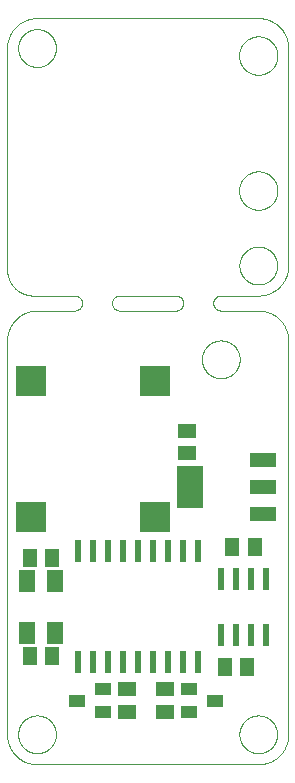
<source format=gtp>
G75*
%MOIN*%
%OFA0B0*%
%FSLAX25Y25*%
%IPPOS*%
%LPD*%
%AMOC8*
5,1,8,0,0,1.08239X$1,22.5*
%
%ADD10C,0.00000*%
%ADD11R,0.05118X0.05906*%
%ADD12R,0.05906X0.05118*%
%ADD13R,0.08800X0.04800*%
%ADD14R,0.08661X0.14173*%
%ADD15R,0.05512X0.07480*%
%ADD16R,0.02200X0.07800*%
%ADD17R,0.09843X0.09843*%
%ADD18R,0.05512X0.03937*%
D10*
X0028845Y0038800D02*
X0028845Y0170050D01*
X0028848Y0170292D01*
X0028857Y0170533D01*
X0028871Y0170774D01*
X0028892Y0171015D01*
X0028918Y0171255D01*
X0028950Y0171495D01*
X0028988Y0171734D01*
X0029031Y0171971D01*
X0029081Y0172208D01*
X0029136Y0172443D01*
X0029196Y0172677D01*
X0029263Y0172909D01*
X0029334Y0173140D01*
X0029412Y0173369D01*
X0029495Y0173596D01*
X0029583Y0173821D01*
X0029677Y0174044D01*
X0029776Y0174264D01*
X0029881Y0174482D01*
X0029990Y0174697D01*
X0030105Y0174910D01*
X0030225Y0175120D01*
X0030350Y0175326D01*
X0030480Y0175530D01*
X0030615Y0175731D01*
X0030755Y0175928D01*
X0030899Y0176122D01*
X0031048Y0176312D01*
X0031202Y0176498D01*
X0031360Y0176681D01*
X0031522Y0176860D01*
X0031689Y0177035D01*
X0031860Y0177206D01*
X0032035Y0177373D01*
X0032214Y0177535D01*
X0032397Y0177693D01*
X0032583Y0177847D01*
X0032773Y0177996D01*
X0032967Y0178140D01*
X0033164Y0178280D01*
X0033365Y0178415D01*
X0033569Y0178545D01*
X0033775Y0178670D01*
X0033985Y0178790D01*
X0034198Y0178905D01*
X0034413Y0179014D01*
X0034631Y0179119D01*
X0034851Y0179218D01*
X0035074Y0179312D01*
X0035299Y0179400D01*
X0035526Y0179483D01*
X0035755Y0179561D01*
X0035986Y0179632D01*
X0036218Y0179699D01*
X0036452Y0179759D01*
X0036687Y0179814D01*
X0036924Y0179864D01*
X0037161Y0179907D01*
X0037400Y0179945D01*
X0037640Y0179977D01*
X0037880Y0180003D01*
X0038121Y0180024D01*
X0038362Y0180038D01*
X0038603Y0180047D01*
X0038845Y0180050D01*
X0051345Y0180050D01*
X0053845Y0182550D02*
X0053843Y0182648D01*
X0053837Y0182746D01*
X0053828Y0182844D01*
X0053814Y0182941D01*
X0053797Y0183038D01*
X0053776Y0183134D01*
X0053751Y0183229D01*
X0053723Y0183323D01*
X0053690Y0183415D01*
X0053655Y0183507D01*
X0053615Y0183597D01*
X0053573Y0183685D01*
X0053526Y0183772D01*
X0053477Y0183856D01*
X0053424Y0183939D01*
X0053368Y0184019D01*
X0053308Y0184098D01*
X0053246Y0184174D01*
X0053181Y0184247D01*
X0053113Y0184318D01*
X0053042Y0184386D01*
X0052969Y0184451D01*
X0052893Y0184513D01*
X0052814Y0184573D01*
X0052734Y0184629D01*
X0052651Y0184682D01*
X0052567Y0184731D01*
X0052480Y0184778D01*
X0052392Y0184820D01*
X0052302Y0184860D01*
X0052210Y0184895D01*
X0052118Y0184928D01*
X0052024Y0184956D01*
X0051929Y0184981D01*
X0051833Y0185002D01*
X0051736Y0185019D01*
X0051639Y0185033D01*
X0051541Y0185042D01*
X0051443Y0185048D01*
X0051345Y0185050D01*
X0037595Y0185050D01*
X0037384Y0185053D01*
X0037172Y0185060D01*
X0036961Y0185073D01*
X0036751Y0185091D01*
X0036540Y0185114D01*
X0036331Y0185142D01*
X0036122Y0185175D01*
X0035914Y0185213D01*
X0035707Y0185256D01*
X0035501Y0185304D01*
X0035296Y0185357D01*
X0035093Y0185415D01*
X0034891Y0185478D01*
X0034691Y0185546D01*
X0034492Y0185619D01*
X0034295Y0185696D01*
X0034101Y0185778D01*
X0033908Y0185865D01*
X0033717Y0185956D01*
X0033529Y0186052D01*
X0033343Y0186153D01*
X0033159Y0186258D01*
X0032978Y0186367D01*
X0032800Y0186481D01*
X0032624Y0186599D01*
X0032452Y0186721D01*
X0032282Y0186847D01*
X0032116Y0186978D01*
X0031953Y0187112D01*
X0031793Y0187251D01*
X0031636Y0187393D01*
X0031483Y0187539D01*
X0031334Y0187688D01*
X0031188Y0187841D01*
X0031046Y0187998D01*
X0030907Y0188158D01*
X0030773Y0188321D01*
X0030642Y0188487D01*
X0030516Y0188657D01*
X0030394Y0188829D01*
X0030276Y0189005D01*
X0030162Y0189183D01*
X0030053Y0189364D01*
X0029948Y0189548D01*
X0029847Y0189734D01*
X0029751Y0189922D01*
X0029660Y0190113D01*
X0029573Y0190306D01*
X0029491Y0190500D01*
X0029414Y0190697D01*
X0029341Y0190896D01*
X0029273Y0191096D01*
X0029210Y0191298D01*
X0029152Y0191501D01*
X0029099Y0191706D01*
X0029051Y0191912D01*
X0029008Y0192119D01*
X0028970Y0192327D01*
X0028937Y0192536D01*
X0028909Y0192745D01*
X0028886Y0192956D01*
X0028868Y0193166D01*
X0028855Y0193377D01*
X0028848Y0193589D01*
X0028845Y0193800D01*
X0028845Y0267550D01*
X0028848Y0267792D01*
X0028857Y0268033D01*
X0028871Y0268274D01*
X0028892Y0268515D01*
X0028918Y0268755D01*
X0028950Y0268995D01*
X0028988Y0269234D01*
X0029031Y0269471D01*
X0029081Y0269708D01*
X0029136Y0269943D01*
X0029196Y0270177D01*
X0029263Y0270409D01*
X0029334Y0270640D01*
X0029412Y0270869D01*
X0029495Y0271096D01*
X0029583Y0271321D01*
X0029677Y0271544D01*
X0029776Y0271764D01*
X0029881Y0271982D01*
X0029990Y0272197D01*
X0030105Y0272410D01*
X0030225Y0272620D01*
X0030350Y0272826D01*
X0030480Y0273030D01*
X0030615Y0273231D01*
X0030755Y0273428D01*
X0030899Y0273622D01*
X0031048Y0273812D01*
X0031202Y0273998D01*
X0031360Y0274181D01*
X0031522Y0274360D01*
X0031689Y0274535D01*
X0031860Y0274706D01*
X0032035Y0274873D01*
X0032214Y0275035D01*
X0032397Y0275193D01*
X0032583Y0275347D01*
X0032773Y0275496D01*
X0032967Y0275640D01*
X0033164Y0275780D01*
X0033365Y0275915D01*
X0033569Y0276045D01*
X0033775Y0276170D01*
X0033985Y0276290D01*
X0034198Y0276405D01*
X0034413Y0276514D01*
X0034631Y0276619D01*
X0034851Y0276718D01*
X0035074Y0276812D01*
X0035299Y0276900D01*
X0035526Y0276983D01*
X0035755Y0277061D01*
X0035986Y0277132D01*
X0036218Y0277199D01*
X0036452Y0277259D01*
X0036687Y0277314D01*
X0036924Y0277364D01*
X0037161Y0277407D01*
X0037400Y0277445D01*
X0037640Y0277477D01*
X0037880Y0277503D01*
X0038121Y0277524D01*
X0038362Y0277538D01*
X0038603Y0277547D01*
X0038845Y0277550D01*
X0112595Y0277550D01*
X0112837Y0277547D01*
X0113078Y0277538D01*
X0113319Y0277524D01*
X0113560Y0277503D01*
X0113800Y0277477D01*
X0114040Y0277445D01*
X0114279Y0277407D01*
X0114516Y0277364D01*
X0114753Y0277314D01*
X0114988Y0277259D01*
X0115222Y0277199D01*
X0115454Y0277132D01*
X0115685Y0277061D01*
X0115914Y0276983D01*
X0116141Y0276900D01*
X0116366Y0276812D01*
X0116589Y0276718D01*
X0116809Y0276619D01*
X0117027Y0276514D01*
X0117242Y0276405D01*
X0117455Y0276290D01*
X0117665Y0276170D01*
X0117871Y0276045D01*
X0118075Y0275915D01*
X0118276Y0275780D01*
X0118473Y0275640D01*
X0118667Y0275496D01*
X0118857Y0275347D01*
X0119043Y0275193D01*
X0119226Y0275035D01*
X0119405Y0274873D01*
X0119580Y0274706D01*
X0119751Y0274535D01*
X0119918Y0274360D01*
X0120080Y0274181D01*
X0120238Y0273998D01*
X0120392Y0273812D01*
X0120541Y0273622D01*
X0120685Y0273428D01*
X0120825Y0273231D01*
X0120960Y0273030D01*
X0121090Y0272826D01*
X0121215Y0272620D01*
X0121335Y0272410D01*
X0121450Y0272197D01*
X0121559Y0271982D01*
X0121664Y0271764D01*
X0121763Y0271544D01*
X0121857Y0271321D01*
X0121945Y0271096D01*
X0122028Y0270869D01*
X0122106Y0270640D01*
X0122177Y0270409D01*
X0122244Y0270177D01*
X0122304Y0269943D01*
X0122359Y0269708D01*
X0122409Y0269471D01*
X0122452Y0269234D01*
X0122490Y0268995D01*
X0122522Y0268755D01*
X0122548Y0268515D01*
X0122569Y0268274D01*
X0122583Y0268033D01*
X0122592Y0267792D01*
X0122595Y0267550D01*
X0122595Y0195050D01*
X0122592Y0194808D01*
X0122583Y0194567D01*
X0122569Y0194326D01*
X0122548Y0194085D01*
X0122522Y0193845D01*
X0122490Y0193605D01*
X0122452Y0193366D01*
X0122409Y0193129D01*
X0122359Y0192892D01*
X0122304Y0192657D01*
X0122244Y0192423D01*
X0122177Y0192191D01*
X0122106Y0191960D01*
X0122028Y0191731D01*
X0121945Y0191504D01*
X0121857Y0191279D01*
X0121763Y0191056D01*
X0121664Y0190836D01*
X0121559Y0190618D01*
X0121450Y0190403D01*
X0121335Y0190190D01*
X0121215Y0189980D01*
X0121090Y0189774D01*
X0120960Y0189570D01*
X0120825Y0189369D01*
X0120685Y0189172D01*
X0120541Y0188978D01*
X0120392Y0188788D01*
X0120238Y0188602D01*
X0120080Y0188419D01*
X0119918Y0188240D01*
X0119751Y0188065D01*
X0119580Y0187894D01*
X0119405Y0187727D01*
X0119226Y0187565D01*
X0119043Y0187407D01*
X0118857Y0187253D01*
X0118667Y0187104D01*
X0118473Y0186960D01*
X0118276Y0186820D01*
X0118075Y0186685D01*
X0117871Y0186555D01*
X0117665Y0186430D01*
X0117455Y0186310D01*
X0117242Y0186195D01*
X0117027Y0186086D01*
X0116809Y0185981D01*
X0116589Y0185882D01*
X0116366Y0185788D01*
X0116141Y0185700D01*
X0115914Y0185617D01*
X0115685Y0185539D01*
X0115454Y0185468D01*
X0115222Y0185401D01*
X0114988Y0185341D01*
X0114753Y0185286D01*
X0114516Y0185236D01*
X0114279Y0185193D01*
X0114040Y0185155D01*
X0113800Y0185123D01*
X0113560Y0185097D01*
X0113319Y0185076D01*
X0113078Y0185062D01*
X0112837Y0185053D01*
X0112595Y0185050D01*
X0100095Y0185050D01*
X0099997Y0185048D01*
X0099899Y0185042D01*
X0099801Y0185033D01*
X0099704Y0185019D01*
X0099607Y0185002D01*
X0099511Y0184981D01*
X0099416Y0184956D01*
X0099322Y0184928D01*
X0099230Y0184895D01*
X0099138Y0184860D01*
X0099048Y0184820D01*
X0098960Y0184778D01*
X0098873Y0184731D01*
X0098789Y0184682D01*
X0098706Y0184629D01*
X0098626Y0184573D01*
X0098547Y0184513D01*
X0098471Y0184451D01*
X0098398Y0184386D01*
X0098327Y0184318D01*
X0098259Y0184247D01*
X0098194Y0184174D01*
X0098132Y0184098D01*
X0098072Y0184019D01*
X0098016Y0183939D01*
X0097963Y0183856D01*
X0097914Y0183772D01*
X0097867Y0183685D01*
X0097825Y0183597D01*
X0097785Y0183507D01*
X0097750Y0183415D01*
X0097717Y0183323D01*
X0097689Y0183229D01*
X0097664Y0183134D01*
X0097643Y0183038D01*
X0097626Y0182941D01*
X0097612Y0182844D01*
X0097603Y0182746D01*
X0097597Y0182648D01*
X0097595Y0182550D01*
X0097597Y0182452D01*
X0097603Y0182354D01*
X0097612Y0182256D01*
X0097626Y0182159D01*
X0097643Y0182062D01*
X0097664Y0181966D01*
X0097689Y0181871D01*
X0097717Y0181777D01*
X0097750Y0181685D01*
X0097785Y0181593D01*
X0097825Y0181503D01*
X0097867Y0181415D01*
X0097914Y0181328D01*
X0097963Y0181244D01*
X0098016Y0181161D01*
X0098072Y0181081D01*
X0098132Y0181002D01*
X0098194Y0180926D01*
X0098259Y0180853D01*
X0098327Y0180782D01*
X0098398Y0180714D01*
X0098471Y0180649D01*
X0098547Y0180587D01*
X0098626Y0180527D01*
X0098706Y0180471D01*
X0098789Y0180418D01*
X0098873Y0180369D01*
X0098960Y0180322D01*
X0099048Y0180280D01*
X0099138Y0180240D01*
X0099230Y0180205D01*
X0099322Y0180172D01*
X0099416Y0180144D01*
X0099511Y0180119D01*
X0099607Y0180098D01*
X0099704Y0180081D01*
X0099801Y0180067D01*
X0099899Y0180058D01*
X0099997Y0180052D01*
X0100095Y0180050D01*
X0112595Y0180050D01*
X0112837Y0180047D01*
X0113078Y0180038D01*
X0113319Y0180024D01*
X0113560Y0180003D01*
X0113800Y0179977D01*
X0114040Y0179945D01*
X0114279Y0179907D01*
X0114516Y0179864D01*
X0114753Y0179814D01*
X0114988Y0179759D01*
X0115222Y0179699D01*
X0115454Y0179632D01*
X0115685Y0179561D01*
X0115914Y0179483D01*
X0116141Y0179400D01*
X0116366Y0179312D01*
X0116589Y0179218D01*
X0116809Y0179119D01*
X0117027Y0179014D01*
X0117242Y0178905D01*
X0117455Y0178790D01*
X0117665Y0178670D01*
X0117871Y0178545D01*
X0118075Y0178415D01*
X0118276Y0178280D01*
X0118473Y0178140D01*
X0118667Y0177996D01*
X0118857Y0177847D01*
X0119043Y0177693D01*
X0119226Y0177535D01*
X0119405Y0177373D01*
X0119580Y0177206D01*
X0119751Y0177035D01*
X0119918Y0176860D01*
X0120080Y0176681D01*
X0120238Y0176498D01*
X0120392Y0176312D01*
X0120541Y0176122D01*
X0120685Y0175928D01*
X0120825Y0175731D01*
X0120960Y0175530D01*
X0121090Y0175326D01*
X0121215Y0175120D01*
X0121335Y0174910D01*
X0121450Y0174697D01*
X0121559Y0174482D01*
X0121664Y0174264D01*
X0121763Y0174044D01*
X0121857Y0173821D01*
X0121945Y0173596D01*
X0122028Y0173369D01*
X0122106Y0173140D01*
X0122177Y0172909D01*
X0122244Y0172677D01*
X0122304Y0172443D01*
X0122359Y0172208D01*
X0122409Y0171971D01*
X0122452Y0171734D01*
X0122490Y0171495D01*
X0122522Y0171255D01*
X0122548Y0171015D01*
X0122569Y0170774D01*
X0122583Y0170533D01*
X0122592Y0170292D01*
X0122595Y0170050D01*
X0122595Y0038800D01*
X0122592Y0038558D01*
X0122583Y0038317D01*
X0122569Y0038076D01*
X0122548Y0037835D01*
X0122522Y0037595D01*
X0122490Y0037355D01*
X0122452Y0037116D01*
X0122409Y0036879D01*
X0122359Y0036642D01*
X0122304Y0036407D01*
X0122244Y0036173D01*
X0122177Y0035941D01*
X0122106Y0035710D01*
X0122028Y0035481D01*
X0121945Y0035254D01*
X0121857Y0035029D01*
X0121763Y0034806D01*
X0121664Y0034586D01*
X0121559Y0034368D01*
X0121450Y0034153D01*
X0121335Y0033940D01*
X0121215Y0033730D01*
X0121090Y0033524D01*
X0120960Y0033320D01*
X0120825Y0033119D01*
X0120685Y0032922D01*
X0120541Y0032728D01*
X0120392Y0032538D01*
X0120238Y0032352D01*
X0120080Y0032169D01*
X0119918Y0031990D01*
X0119751Y0031815D01*
X0119580Y0031644D01*
X0119405Y0031477D01*
X0119226Y0031315D01*
X0119043Y0031157D01*
X0118857Y0031003D01*
X0118667Y0030854D01*
X0118473Y0030710D01*
X0118276Y0030570D01*
X0118075Y0030435D01*
X0117871Y0030305D01*
X0117665Y0030180D01*
X0117455Y0030060D01*
X0117242Y0029945D01*
X0117027Y0029836D01*
X0116809Y0029731D01*
X0116589Y0029632D01*
X0116366Y0029538D01*
X0116141Y0029450D01*
X0115914Y0029367D01*
X0115685Y0029289D01*
X0115454Y0029218D01*
X0115222Y0029151D01*
X0114988Y0029091D01*
X0114753Y0029036D01*
X0114516Y0028986D01*
X0114279Y0028943D01*
X0114040Y0028905D01*
X0113800Y0028873D01*
X0113560Y0028847D01*
X0113319Y0028826D01*
X0113078Y0028812D01*
X0112837Y0028803D01*
X0112595Y0028800D01*
X0038845Y0028800D01*
X0038603Y0028803D01*
X0038362Y0028812D01*
X0038121Y0028826D01*
X0037880Y0028847D01*
X0037640Y0028873D01*
X0037400Y0028905D01*
X0037161Y0028943D01*
X0036924Y0028986D01*
X0036687Y0029036D01*
X0036452Y0029091D01*
X0036218Y0029151D01*
X0035986Y0029218D01*
X0035755Y0029289D01*
X0035526Y0029367D01*
X0035299Y0029450D01*
X0035074Y0029538D01*
X0034851Y0029632D01*
X0034631Y0029731D01*
X0034413Y0029836D01*
X0034198Y0029945D01*
X0033985Y0030060D01*
X0033775Y0030180D01*
X0033569Y0030305D01*
X0033365Y0030435D01*
X0033164Y0030570D01*
X0032967Y0030710D01*
X0032773Y0030854D01*
X0032583Y0031003D01*
X0032397Y0031157D01*
X0032214Y0031315D01*
X0032035Y0031477D01*
X0031860Y0031644D01*
X0031689Y0031815D01*
X0031522Y0031990D01*
X0031360Y0032169D01*
X0031202Y0032352D01*
X0031048Y0032538D01*
X0030899Y0032728D01*
X0030755Y0032922D01*
X0030615Y0033119D01*
X0030480Y0033320D01*
X0030350Y0033524D01*
X0030225Y0033730D01*
X0030105Y0033940D01*
X0029990Y0034153D01*
X0029881Y0034368D01*
X0029776Y0034586D01*
X0029677Y0034806D01*
X0029583Y0035029D01*
X0029495Y0035254D01*
X0029412Y0035481D01*
X0029334Y0035710D01*
X0029263Y0035941D01*
X0029196Y0036173D01*
X0029136Y0036407D01*
X0029081Y0036642D01*
X0029031Y0036879D01*
X0028988Y0037116D01*
X0028950Y0037355D01*
X0028918Y0037595D01*
X0028892Y0037835D01*
X0028871Y0038076D01*
X0028857Y0038317D01*
X0028848Y0038558D01*
X0028845Y0038800D01*
X0032546Y0038800D02*
X0032548Y0038958D01*
X0032554Y0039116D01*
X0032564Y0039274D01*
X0032578Y0039432D01*
X0032596Y0039589D01*
X0032617Y0039746D01*
X0032643Y0039902D01*
X0032673Y0040058D01*
X0032706Y0040213D01*
X0032744Y0040366D01*
X0032785Y0040519D01*
X0032830Y0040671D01*
X0032879Y0040822D01*
X0032932Y0040971D01*
X0032988Y0041119D01*
X0033048Y0041265D01*
X0033112Y0041410D01*
X0033180Y0041553D01*
X0033251Y0041695D01*
X0033325Y0041835D01*
X0033403Y0041972D01*
X0033485Y0042108D01*
X0033569Y0042242D01*
X0033658Y0042373D01*
X0033749Y0042502D01*
X0033844Y0042629D01*
X0033941Y0042754D01*
X0034042Y0042876D01*
X0034146Y0042995D01*
X0034253Y0043112D01*
X0034363Y0043226D01*
X0034476Y0043337D01*
X0034591Y0043446D01*
X0034709Y0043551D01*
X0034830Y0043653D01*
X0034953Y0043753D01*
X0035079Y0043849D01*
X0035207Y0043942D01*
X0035337Y0044032D01*
X0035470Y0044118D01*
X0035605Y0044202D01*
X0035741Y0044281D01*
X0035880Y0044358D01*
X0036021Y0044430D01*
X0036163Y0044500D01*
X0036307Y0044565D01*
X0036453Y0044627D01*
X0036600Y0044685D01*
X0036749Y0044740D01*
X0036899Y0044791D01*
X0037050Y0044838D01*
X0037202Y0044881D01*
X0037355Y0044920D01*
X0037510Y0044956D01*
X0037665Y0044987D01*
X0037821Y0045015D01*
X0037977Y0045039D01*
X0038134Y0045059D01*
X0038292Y0045075D01*
X0038449Y0045087D01*
X0038608Y0045095D01*
X0038766Y0045099D01*
X0038924Y0045099D01*
X0039082Y0045095D01*
X0039241Y0045087D01*
X0039398Y0045075D01*
X0039556Y0045059D01*
X0039713Y0045039D01*
X0039869Y0045015D01*
X0040025Y0044987D01*
X0040180Y0044956D01*
X0040335Y0044920D01*
X0040488Y0044881D01*
X0040640Y0044838D01*
X0040791Y0044791D01*
X0040941Y0044740D01*
X0041090Y0044685D01*
X0041237Y0044627D01*
X0041383Y0044565D01*
X0041527Y0044500D01*
X0041669Y0044430D01*
X0041810Y0044358D01*
X0041949Y0044281D01*
X0042085Y0044202D01*
X0042220Y0044118D01*
X0042353Y0044032D01*
X0042483Y0043942D01*
X0042611Y0043849D01*
X0042737Y0043753D01*
X0042860Y0043653D01*
X0042981Y0043551D01*
X0043099Y0043446D01*
X0043214Y0043337D01*
X0043327Y0043226D01*
X0043437Y0043112D01*
X0043544Y0042995D01*
X0043648Y0042876D01*
X0043749Y0042754D01*
X0043846Y0042629D01*
X0043941Y0042502D01*
X0044032Y0042373D01*
X0044121Y0042242D01*
X0044205Y0042108D01*
X0044287Y0041972D01*
X0044365Y0041835D01*
X0044439Y0041695D01*
X0044510Y0041553D01*
X0044578Y0041410D01*
X0044642Y0041265D01*
X0044702Y0041119D01*
X0044758Y0040971D01*
X0044811Y0040822D01*
X0044860Y0040671D01*
X0044905Y0040519D01*
X0044946Y0040366D01*
X0044984Y0040213D01*
X0045017Y0040058D01*
X0045047Y0039902D01*
X0045073Y0039746D01*
X0045094Y0039589D01*
X0045112Y0039432D01*
X0045126Y0039274D01*
X0045136Y0039116D01*
X0045142Y0038958D01*
X0045144Y0038800D01*
X0045142Y0038642D01*
X0045136Y0038484D01*
X0045126Y0038326D01*
X0045112Y0038168D01*
X0045094Y0038011D01*
X0045073Y0037854D01*
X0045047Y0037698D01*
X0045017Y0037542D01*
X0044984Y0037387D01*
X0044946Y0037234D01*
X0044905Y0037081D01*
X0044860Y0036929D01*
X0044811Y0036778D01*
X0044758Y0036629D01*
X0044702Y0036481D01*
X0044642Y0036335D01*
X0044578Y0036190D01*
X0044510Y0036047D01*
X0044439Y0035905D01*
X0044365Y0035765D01*
X0044287Y0035628D01*
X0044205Y0035492D01*
X0044121Y0035358D01*
X0044032Y0035227D01*
X0043941Y0035098D01*
X0043846Y0034971D01*
X0043749Y0034846D01*
X0043648Y0034724D01*
X0043544Y0034605D01*
X0043437Y0034488D01*
X0043327Y0034374D01*
X0043214Y0034263D01*
X0043099Y0034154D01*
X0042981Y0034049D01*
X0042860Y0033947D01*
X0042737Y0033847D01*
X0042611Y0033751D01*
X0042483Y0033658D01*
X0042353Y0033568D01*
X0042220Y0033482D01*
X0042085Y0033398D01*
X0041949Y0033319D01*
X0041810Y0033242D01*
X0041669Y0033170D01*
X0041527Y0033100D01*
X0041383Y0033035D01*
X0041237Y0032973D01*
X0041090Y0032915D01*
X0040941Y0032860D01*
X0040791Y0032809D01*
X0040640Y0032762D01*
X0040488Y0032719D01*
X0040335Y0032680D01*
X0040180Y0032644D01*
X0040025Y0032613D01*
X0039869Y0032585D01*
X0039713Y0032561D01*
X0039556Y0032541D01*
X0039398Y0032525D01*
X0039241Y0032513D01*
X0039082Y0032505D01*
X0038924Y0032501D01*
X0038766Y0032501D01*
X0038608Y0032505D01*
X0038449Y0032513D01*
X0038292Y0032525D01*
X0038134Y0032541D01*
X0037977Y0032561D01*
X0037821Y0032585D01*
X0037665Y0032613D01*
X0037510Y0032644D01*
X0037355Y0032680D01*
X0037202Y0032719D01*
X0037050Y0032762D01*
X0036899Y0032809D01*
X0036749Y0032860D01*
X0036600Y0032915D01*
X0036453Y0032973D01*
X0036307Y0033035D01*
X0036163Y0033100D01*
X0036021Y0033170D01*
X0035880Y0033242D01*
X0035741Y0033319D01*
X0035605Y0033398D01*
X0035470Y0033482D01*
X0035337Y0033568D01*
X0035207Y0033658D01*
X0035079Y0033751D01*
X0034953Y0033847D01*
X0034830Y0033947D01*
X0034709Y0034049D01*
X0034591Y0034154D01*
X0034476Y0034263D01*
X0034363Y0034374D01*
X0034253Y0034488D01*
X0034146Y0034605D01*
X0034042Y0034724D01*
X0033941Y0034846D01*
X0033844Y0034971D01*
X0033749Y0035098D01*
X0033658Y0035227D01*
X0033569Y0035358D01*
X0033485Y0035492D01*
X0033403Y0035628D01*
X0033325Y0035765D01*
X0033251Y0035905D01*
X0033180Y0036047D01*
X0033112Y0036190D01*
X0033048Y0036335D01*
X0032988Y0036481D01*
X0032932Y0036629D01*
X0032879Y0036778D01*
X0032830Y0036929D01*
X0032785Y0037081D01*
X0032744Y0037234D01*
X0032706Y0037387D01*
X0032673Y0037542D01*
X0032643Y0037698D01*
X0032617Y0037854D01*
X0032596Y0038011D01*
X0032578Y0038168D01*
X0032564Y0038326D01*
X0032554Y0038484D01*
X0032548Y0038642D01*
X0032546Y0038800D01*
X0093796Y0163800D02*
X0093798Y0163958D01*
X0093804Y0164116D01*
X0093814Y0164274D01*
X0093828Y0164432D01*
X0093846Y0164589D01*
X0093867Y0164746D01*
X0093893Y0164902D01*
X0093923Y0165058D01*
X0093956Y0165213D01*
X0093994Y0165366D01*
X0094035Y0165519D01*
X0094080Y0165671D01*
X0094129Y0165822D01*
X0094182Y0165971D01*
X0094238Y0166119D01*
X0094298Y0166265D01*
X0094362Y0166410D01*
X0094430Y0166553D01*
X0094501Y0166695D01*
X0094575Y0166835D01*
X0094653Y0166972D01*
X0094735Y0167108D01*
X0094819Y0167242D01*
X0094908Y0167373D01*
X0094999Y0167502D01*
X0095094Y0167629D01*
X0095191Y0167754D01*
X0095292Y0167876D01*
X0095396Y0167995D01*
X0095503Y0168112D01*
X0095613Y0168226D01*
X0095726Y0168337D01*
X0095841Y0168446D01*
X0095959Y0168551D01*
X0096080Y0168653D01*
X0096203Y0168753D01*
X0096329Y0168849D01*
X0096457Y0168942D01*
X0096587Y0169032D01*
X0096720Y0169118D01*
X0096855Y0169202D01*
X0096991Y0169281D01*
X0097130Y0169358D01*
X0097271Y0169430D01*
X0097413Y0169500D01*
X0097557Y0169565D01*
X0097703Y0169627D01*
X0097850Y0169685D01*
X0097999Y0169740D01*
X0098149Y0169791D01*
X0098300Y0169838D01*
X0098452Y0169881D01*
X0098605Y0169920D01*
X0098760Y0169956D01*
X0098915Y0169987D01*
X0099071Y0170015D01*
X0099227Y0170039D01*
X0099384Y0170059D01*
X0099542Y0170075D01*
X0099699Y0170087D01*
X0099858Y0170095D01*
X0100016Y0170099D01*
X0100174Y0170099D01*
X0100332Y0170095D01*
X0100491Y0170087D01*
X0100648Y0170075D01*
X0100806Y0170059D01*
X0100963Y0170039D01*
X0101119Y0170015D01*
X0101275Y0169987D01*
X0101430Y0169956D01*
X0101585Y0169920D01*
X0101738Y0169881D01*
X0101890Y0169838D01*
X0102041Y0169791D01*
X0102191Y0169740D01*
X0102340Y0169685D01*
X0102487Y0169627D01*
X0102633Y0169565D01*
X0102777Y0169500D01*
X0102919Y0169430D01*
X0103060Y0169358D01*
X0103199Y0169281D01*
X0103335Y0169202D01*
X0103470Y0169118D01*
X0103603Y0169032D01*
X0103733Y0168942D01*
X0103861Y0168849D01*
X0103987Y0168753D01*
X0104110Y0168653D01*
X0104231Y0168551D01*
X0104349Y0168446D01*
X0104464Y0168337D01*
X0104577Y0168226D01*
X0104687Y0168112D01*
X0104794Y0167995D01*
X0104898Y0167876D01*
X0104999Y0167754D01*
X0105096Y0167629D01*
X0105191Y0167502D01*
X0105282Y0167373D01*
X0105371Y0167242D01*
X0105455Y0167108D01*
X0105537Y0166972D01*
X0105615Y0166835D01*
X0105689Y0166695D01*
X0105760Y0166553D01*
X0105828Y0166410D01*
X0105892Y0166265D01*
X0105952Y0166119D01*
X0106008Y0165971D01*
X0106061Y0165822D01*
X0106110Y0165671D01*
X0106155Y0165519D01*
X0106196Y0165366D01*
X0106234Y0165213D01*
X0106267Y0165058D01*
X0106297Y0164902D01*
X0106323Y0164746D01*
X0106344Y0164589D01*
X0106362Y0164432D01*
X0106376Y0164274D01*
X0106386Y0164116D01*
X0106392Y0163958D01*
X0106394Y0163800D01*
X0106392Y0163642D01*
X0106386Y0163484D01*
X0106376Y0163326D01*
X0106362Y0163168D01*
X0106344Y0163011D01*
X0106323Y0162854D01*
X0106297Y0162698D01*
X0106267Y0162542D01*
X0106234Y0162387D01*
X0106196Y0162234D01*
X0106155Y0162081D01*
X0106110Y0161929D01*
X0106061Y0161778D01*
X0106008Y0161629D01*
X0105952Y0161481D01*
X0105892Y0161335D01*
X0105828Y0161190D01*
X0105760Y0161047D01*
X0105689Y0160905D01*
X0105615Y0160765D01*
X0105537Y0160628D01*
X0105455Y0160492D01*
X0105371Y0160358D01*
X0105282Y0160227D01*
X0105191Y0160098D01*
X0105096Y0159971D01*
X0104999Y0159846D01*
X0104898Y0159724D01*
X0104794Y0159605D01*
X0104687Y0159488D01*
X0104577Y0159374D01*
X0104464Y0159263D01*
X0104349Y0159154D01*
X0104231Y0159049D01*
X0104110Y0158947D01*
X0103987Y0158847D01*
X0103861Y0158751D01*
X0103733Y0158658D01*
X0103603Y0158568D01*
X0103470Y0158482D01*
X0103335Y0158398D01*
X0103199Y0158319D01*
X0103060Y0158242D01*
X0102919Y0158170D01*
X0102777Y0158100D01*
X0102633Y0158035D01*
X0102487Y0157973D01*
X0102340Y0157915D01*
X0102191Y0157860D01*
X0102041Y0157809D01*
X0101890Y0157762D01*
X0101738Y0157719D01*
X0101585Y0157680D01*
X0101430Y0157644D01*
X0101275Y0157613D01*
X0101119Y0157585D01*
X0100963Y0157561D01*
X0100806Y0157541D01*
X0100648Y0157525D01*
X0100491Y0157513D01*
X0100332Y0157505D01*
X0100174Y0157501D01*
X0100016Y0157501D01*
X0099858Y0157505D01*
X0099699Y0157513D01*
X0099542Y0157525D01*
X0099384Y0157541D01*
X0099227Y0157561D01*
X0099071Y0157585D01*
X0098915Y0157613D01*
X0098760Y0157644D01*
X0098605Y0157680D01*
X0098452Y0157719D01*
X0098300Y0157762D01*
X0098149Y0157809D01*
X0097999Y0157860D01*
X0097850Y0157915D01*
X0097703Y0157973D01*
X0097557Y0158035D01*
X0097413Y0158100D01*
X0097271Y0158170D01*
X0097130Y0158242D01*
X0096991Y0158319D01*
X0096855Y0158398D01*
X0096720Y0158482D01*
X0096587Y0158568D01*
X0096457Y0158658D01*
X0096329Y0158751D01*
X0096203Y0158847D01*
X0096080Y0158947D01*
X0095959Y0159049D01*
X0095841Y0159154D01*
X0095726Y0159263D01*
X0095613Y0159374D01*
X0095503Y0159488D01*
X0095396Y0159605D01*
X0095292Y0159724D01*
X0095191Y0159846D01*
X0095094Y0159971D01*
X0094999Y0160098D01*
X0094908Y0160227D01*
X0094819Y0160358D01*
X0094735Y0160492D01*
X0094653Y0160628D01*
X0094575Y0160765D01*
X0094501Y0160905D01*
X0094430Y0161047D01*
X0094362Y0161190D01*
X0094298Y0161335D01*
X0094238Y0161481D01*
X0094182Y0161629D01*
X0094129Y0161778D01*
X0094080Y0161929D01*
X0094035Y0162081D01*
X0093994Y0162234D01*
X0093956Y0162387D01*
X0093923Y0162542D01*
X0093893Y0162698D01*
X0093867Y0162854D01*
X0093846Y0163011D01*
X0093828Y0163168D01*
X0093814Y0163326D01*
X0093804Y0163484D01*
X0093798Y0163642D01*
X0093796Y0163800D01*
X0085095Y0180050D02*
X0066345Y0180050D01*
X0066247Y0180052D01*
X0066149Y0180058D01*
X0066051Y0180067D01*
X0065954Y0180081D01*
X0065857Y0180098D01*
X0065761Y0180119D01*
X0065666Y0180144D01*
X0065572Y0180172D01*
X0065480Y0180205D01*
X0065388Y0180240D01*
X0065298Y0180280D01*
X0065210Y0180322D01*
X0065123Y0180369D01*
X0065039Y0180418D01*
X0064956Y0180471D01*
X0064876Y0180527D01*
X0064797Y0180587D01*
X0064721Y0180649D01*
X0064648Y0180714D01*
X0064577Y0180782D01*
X0064509Y0180853D01*
X0064444Y0180926D01*
X0064382Y0181002D01*
X0064322Y0181081D01*
X0064266Y0181161D01*
X0064213Y0181244D01*
X0064164Y0181328D01*
X0064117Y0181415D01*
X0064075Y0181503D01*
X0064035Y0181593D01*
X0064000Y0181685D01*
X0063967Y0181777D01*
X0063939Y0181871D01*
X0063914Y0181966D01*
X0063893Y0182062D01*
X0063876Y0182159D01*
X0063862Y0182256D01*
X0063853Y0182354D01*
X0063847Y0182452D01*
X0063845Y0182550D01*
X0063847Y0182648D01*
X0063853Y0182746D01*
X0063862Y0182844D01*
X0063876Y0182941D01*
X0063893Y0183038D01*
X0063914Y0183134D01*
X0063939Y0183229D01*
X0063967Y0183323D01*
X0064000Y0183415D01*
X0064035Y0183507D01*
X0064075Y0183597D01*
X0064117Y0183685D01*
X0064164Y0183772D01*
X0064213Y0183856D01*
X0064266Y0183939D01*
X0064322Y0184019D01*
X0064382Y0184098D01*
X0064444Y0184174D01*
X0064509Y0184247D01*
X0064577Y0184318D01*
X0064648Y0184386D01*
X0064721Y0184451D01*
X0064797Y0184513D01*
X0064876Y0184573D01*
X0064956Y0184629D01*
X0065039Y0184682D01*
X0065123Y0184731D01*
X0065210Y0184778D01*
X0065298Y0184820D01*
X0065388Y0184860D01*
X0065480Y0184895D01*
X0065572Y0184928D01*
X0065666Y0184956D01*
X0065761Y0184981D01*
X0065857Y0185002D01*
X0065954Y0185019D01*
X0066051Y0185033D01*
X0066149Y0185042D01*
X0066247Y0185048D01*
X0066345Y0185050D01*
X0085095Y0185050D01*
X0085193Y0185048D01*
X0085291Y0185042D01*
X0085389Y0185033D01*
X0085486Y0185019D01*
X0085583Y0185002D01*
X0085679Y0184981D01*
X0085774Y0184956D01*
X0085868Y0184928D01*
X0085960Y0184895D01*
X0086052Y0184860D01*
X0086142Y0184820D01*
X0086230Y0184778D01*
X0086317Y0184731D01*
X0086401Y0184682D01*
X0086484Y0184629D01*
X0086564Y0184573D01*
X0086643Y0184513D01*
X0086719Y0184451D01*
X0086792Y0184386D01*
X0086863Y0184318D01*
X0086931Y0184247D01*
X0086996Y0184174D01*
X0087058Y0184098D01*
X0087118Y0184019D01*
X0087174Y0183939D01*
X0087227Y0183856D01*
X0087276Y0183772D01*
X0087323Y0183685D01*
X0087365Y0183597D01*
X0087405Y0183507D01*
X0087440Y0183415D01*
X0087473Y0183323D01*
X0087501Y0183229D01*
X0087526Y0183134D01*
X0087547Y0183038D01*
X0087564Y0182941D01*
X0087578Y0182844D01*
X0087587Y0182746D01*
X0087593Y0182648D01*
X0087595Y0182550D01*
X0087593Y0182452D01*
X0087587Y0182354D01*
X0087578Y0182256D01*
X0087564Y0182159D01*
X0087547Y0182062D01*
X0087526Y0181966D01*
X0087501Y0181871D01*
X0087473Y0181777D01*
X0087440Y0181685D01*
X0087405Y0181593D01*
X0087365Y0181503D01*
X0087323Y0181415D01*
X0087276Y0181328D01*
X0087227Y0181244D01*
X0087174Y0181161D01*
X0087118Y0181081D01*
X0087058Y0181002D01*
X0086996Y0180926D01*
X0086931Y0180853D01*
X0086863Y0180782D01*
X0086792Y0180714D01*
X0086719Y0180649D01*
X0086643Y0180587D01*
X0086564Y0180527D01*
X0086484Y0180471D01*
X0086401Y0180418D01*
X0086317Y0180369D01*
X0086230Y0180322D01*
X0086142Y0180280D01*
X0086052Y0180240D01*
X0085960Y0180205D01*
X0085868Y0180172D01*
X0085774Y0180144D01*
X0085679Y0180119D01*
X0085583Y0180098D01*
X0085486Y0180081D01*
X0085389Y0180067D01*
X0085291Y0180058D01*
X0085193Y0180052D01*
X0085095Y0180050D01*
X0106296Y0195050D02*
X0106298Y0195208D01*
X0106304Y0195366D01*
X0106314Y0195524D01*
X0106328Y0195682D01*
X0106346Y0195839D01*
X0106367Y0195996D01*
X0106393Y0196152D01*
X0106423Y0196308D01*
X0106456Y0196463D01*
X0106494Y0196616D01*
X0106535Y0196769D01*
X0106580Y0196921D01*
X0106629Y0197072D01*
X0106682Y0197221D01*
X0106738Y0197369D01*
X0106798Y0197515D01*
X0106862Y0197660D01*
X0106930Y0197803D01*
X0107001Y0197945D01*
X0107075Y0198085D01*
X0107153Y0198222D01*
X0107235Y0198358D01*
X0107319Y0198492D01*
X0107408Y0198623D01*
X0107499Y0198752D01*
X0107594Y0198879D01*
X0107691Y0199004D01*
X0107792Y0199126D01*
X0107896Y0199245D01*
X0108003Y0199362D01*
X0108113Y0199476D01*
X0108226Y0199587D01*
X0108341Y0199696D01*
X0108459Y0199801D01*
X0108580Y0199903D01*
X0108703Y0200003D01*
X0108829Y0200099D01*
X0108957Y0200192D01*
X0109087Y0200282D01*
X0109220Y0200368D01*
X0109355Y0200452D01*
X0109491Y0200531D01*
X0109630Y0200608D01*
X0109771Y0200680D01*
X0109913Y0200750D01*
X0110057Y0200815D01*
X0110203Y0200877D01*
X0110350Y0200935D01*
X0110499Y0200990D01*
X0110649Y0201041D01*
X0110800Y0201088D01*
X0110952Y0201131D01*
X0111105Y0201170D01*
X0111260Y0201206D01*
X0111415Y0201237D01*
X0111571Y0201265D01*
X0111727Y0201289D01*
X0111884Y0201309D01*
X0112042Y0201325D01*
X0112199Y0201337D01*
X0112358Y0201345D01*
X0112516Y0201349D01*
X0112674Y0201349D01*
X0112832Y0201345D01*
X0112991Y0201337D01*
X0113148Y0201325D01*
X0113306Y0201309D01*
X0113463Y0201289D01*
X0113619Y0201265D01*
X0113775Y0201237D01*
X0113930Y0201206D01*
X0114085Y0201170D01*
X0114238Y0201131D01*
X0114390Y0201088D01*
X0114541Y0201041D01*
X0114691Y0200990D01*
X0114840Y0200935D01*
X0114987Y0200877D01*
X0115133Y0200815D01*
X0115277Y0200750D01*
X0115419Y0200680D01*
X0115560Y0200608D01*
X0115699Y0200531D01*
X0115835Y0200452D01*
X0115970Y0200368D01*
X0116103Y0200282D01*
X0116233Y0200192D01*
X0116361Y0200099D01*
X0116487Y0200003D01*
X0116610Y0199903D01*
X0116731Y0199801D01*
X0116849Y0199696D01*
X0116964Y0199587D01*
X0117077Y0199476D01*
X0117187Y0199362D01*
X0117294Y0199245D01*
X0117398Y0199126D01*
X0117499Y0199004D01*
X0117596Y0198879D01*
X0117691Y0198752D01*
X0117782Y0198623D01*
X0117871Y0198492D01*
X0117955Y0198358D01*
X0118037Y0198222D01*
X0118115Y0198085D01*
X0118189Y0197945D01*
X0118260Y0197803D01*
X0118328Y0197660D01*
X0118392Y0197515D01*
X0118452Y0197369D01*
X0118508Y0197221D01*
X0118561Y0197072D01*
X0118610Y0196921D01*
X0118655Y0196769D01*
X0118696Y0196616D01*
X0118734Y0196463D01*
X0118767Y0196308D01*
X0118797Y0196152D01*
X0118823Y0195996D01*
X0118844Y0195839D01*
X0118862Y0195682D01*
X0118876Y0195524D01*
X0118886Y0195366D01*
X0118892Y0195208D01*
X0118894Y0195050D01*
X0118892Y0194892D01*
X0118886Y0194734D01*
X0118876Y0194576D01*
X0118862Y0194418D01*
X0118844Y0194261D01*
X0118823Y0194104D01*
X0118797Y0193948D01*
X0118767Y0193792D01*
X0118734Y0193637D01*
X0118696Y0193484D01*
X0118655Y0193331D01*
X0118610Y0193179D01*
X0118561Y0193028D01*
X0118508Y0192879D01*
X0118452Y0192731D01*
X0118392Y0192585D01*
X0118328Y0192440D01*
X0118260Y0192297D01*
X0118189Y0192155D01*
X0118115Y0192015D01*
X0118037Y0191878D01*
X0117955Y0191742D01*
X0117871Y0191608D01*
X0117782Y0191477D01*
X0117691Y0191348D01*
X0117596Y0191221D01*
X0117499Y0191096D01*
X0117398Y0190974D01*
X0117294Y0190855D01*
X0117187Y0190738D01*
X0117077Y0190624D01*
X0116964Y0190513D01*
X0116849Y0190404D01*
X0116731Y0190299D01*
X0116610Y0190197D01*
X0116487Y0190097D01*
X0116361Y0190001D01*
X0116233Y0189908D01*
X0116103Y0189818D01*
X0115970Y0189732D01*
X0115835Y0189648D01*
X0115699Y0189569D01*
X0115560Y0189492D01*
X0115419Y0189420D01*
X0115277Y0189350D01*
X0115133Y0189285D01*
X0114987Y0189223D01*
X0114840Y0189165D01*
X0114691Y0189110D01*
X0114541Y0189059D01*
X0114390Y0189012D01*
X0114238Y0188969D01*
X0114085Y0188930D01*
X0113930Y0188894D01*
X0113775Y0188863D01*
X0113619Y0188835D01*
X0113463Y0188811D01*
X0113306Y0188791D01*
X0113148Y0188775D01*
X0112991Y0188763D01*
X0112832Y0188755D01*
X0112674Y0188751D01*
X0112516Y0188751D01*
X0112358Y0188755D01*
X0112199Y0188763D01*
X0112042Y0188775D01*
X0111884Y0188791D01*
X0111727Y0188811D01*
X0111571Y0188835D01*
X0111415Y0188863D01*
X0111260Y0188894D01*
X0111105Y0188930D01*
X0110952Y0188969D01*
X0110800Y0189012D01*
X0110649Y0189059D01*
X0110499Y0189110D01*
X0110350Y0189165D01*
X0110203Y0189223D01*
X0110057Y0189285D01*
X0109913Y0189350D01*
X0109771Y0189420D01*
X0109630Y0189492D01*
X0109491Y0189569D01*
X0109355Y0189648D01*
X0109220Y0189732D01*
X0109087Y0189818D01*
X0108957Y0189908D01*
X0108829Y0190001D01*
X0108703Y0190097D01*
X0108580Y0190197D01*
X0108459Y0190299D01*
X0108341Y0190404D01*
X0108226Y0190513D01*
X0108113Y0190624D01*
X0108003Y0190738D01*
X0107896Y0190855D01*
X0107792Y0190974D01*
X0107691Y0191096D01*
X0107594Y0191221D01*
X0107499Y0191348D01*
X0107408Y0191477D01*
X0107319Y0191608D01*
X0107235Y0191742D01*
X0107153Y0191878D01*
X0107075Y0192015D01*
X0107001Y0192155D01*
X0106930Y0192297D01*
X0106862Y0192440D01*
X0106798Y0192585D01*
X0106738Y0192731D01*
X0106682Y0192879D01*
X0106629Y0193028D01*
X0106580Y0193179D01*
X0106535Y0193331D01*
X0106494Y0193484D01*
X0106456Y0193637D01*
X0106423Y0193792D01*
X0106393Y0193948D01*
X0106367Y0194104D01*
X0106346Y0194261D01*
X0106328Y0194418D01*
X0106314Y0194576D01*
X0106304Y0194734D01*
X0106298Y0194892D01*
X0106296Y0195050D01*
X0106195Y0220050D02*
X0106197Y0220210D01*
X0106203Y0220369D01*
X0106213Y0220528D01*
X0106227Y0220687D01*
X0106245Y0220846D01*
X0106266Y0221004D01*
X0106292Y0221161D01*
X0106322Y0221318D01*
X0106355Y0221474D01*
X0106393Y0221629D01*
X0106434Y0221783D01*
X0106479Y0221936D01*
X0106528Y0222088D01*
X0106581Y0222239D01*
X0106637Y0222388D01*
X0106698Y0222536D01*
X0106761Y0222682D01*
X0106829Y0222827D01*
X0106900Y0222970D01*
X0106974Y0223111D01*
X0107052Y0223250D01*
X0107134Y0223387D01*
X0107219Y0223522D01*
X0107307Y0223655D01*
X0107399Y0223786D01*
X0107493Y0223914D01*
X0107591Y0224040D01*
X0107692Y0224164D01*
X0107796Y0224285D01*
X0107903Y0224403D01*
X0108013Y0224519D01*
X0108126Y0224632D01*
X0108242Y0224742D01*
X0108360Y0224849D01*
X0108481Y0224953D01*
X0108605Y0225054D01*
X0108731Y0225152D01*
X0108859Y0225246D01*
X0108990Y0225338D01*
X0109123Y0225426D01*
X0109258Y0225511D01*
X0109395Y0225593D01*
X0109534Y0225671D01*
X0109675Y0225745D01*
X0109818Y0225816D01*
X0109963Y0225884D01*
X0110109Y0225947D01*
X0110257Y0226008D01*
X0110406Y0226064D01*
X0110557Y0226117D01*
X0110709Y0226166D01*
X0110862Y0226211D01*
X0111016Y0226252D01*
X0111171Y0226290D01*
X0111327Y0226323D01*
X0111484Y0226353D01*
X0111641Y0226379D01*
X0111799Y0226400D01*
X0111958Y0226418D01*
X0112117Y0226432D01*
X0112276Y0226442D01*
X0112435Y0226448D01*
X0112595Y0226450D01*
X0112755Y0226448D01*
X0112914Y0226442D01*
X0113073Y0226432D01*
X0113232Y0226418D01*
X0113391Y0226400D01*
X0113549Y0226379D01*
X0113706Y0226353D01*
X0113863Y0226323D01*
X0114019Y0226290D01*
X0114174Y0226252D01*
X0114328Y0226211D01*
X0114481Y0226166D01*
X0114633Y0226117D01*
X0114784Y0226064D01*
X0114933Y0226008D01*
X0115081Y0225947D01*
X0115227Y0225884D01*
X0115372Y0225816D01*
X0115515Y0225745D01*
X0115656Y0225671D01*
X0115795Y0225593D01*
X0115932Y0225511D01*
X0116067Y0225426D01*
X0116200Y0225338D01*
X0116331Y0225246D01*
X0116459Y0225152D01*
X0116585Y0225054D01*
X0116709Y0224953D01*
X0116830Y0224849D01*
X0116948Y0224742D01*
X0117064Y0224632D01*
X0117177Y0224519D01*
X0117287Y0224403D01*
X0117394Y0224285D01*
X0117498Y0224164D01*
X0117599Y0224040D01*
X0117697Y0223914D01*
X0117791Y0223786D01*
X0117883Y0223655D01*
X0117971Y0223522D01*
X0118056Y0223387D01*
X0118138Y0223250D01*
X0118216Y0223111D01*
X0118290Y0222970D01*
X0118361Y0222827D01*
X0118429Y0222682D01*
X0118492Y0222536D01*
X0118553Y0222388D01*
X0118609Y0222239D01*
X0118662Y0222088D01*
X0118711Y0221936D01*
X0118756Y0221783D01*
X0118797Y0221629D01*
X0118835Y0221474D01*
X0118868Y0221318D01*
X0118898Y0221161D01*
X0118924Y0221004D01*
X0118945Y0220846D01*
X0118963Y0220687D01*
X0118977Y0220528D01*
X0118987Y0220369D01*
X0118993Y0220210D01*
X0118995Y0220050D01*
X0118993Y0219890D01*
X0118987Y0219731D01*
X0118977Y0219572D01*
X0118963Y0219413D01*
X0118945Y0219254D01*
X0118924Y0219096D01*
X0118898Y0218939D01*
X0118868Y0218782D01*
X0118835Y0218626D01*
X0118797Y0218471D01*
X0118756Y0218317D01*
X0118711Y0218164D01*
X0118662Y0218012D01*
X0118609Y0217861D01*
X0118553Y0217712D01*
X0118492Y0217564D01*
X0118429Y0217418D01*
X0118361Y0217273D01*
X0118290Y0217130D01*
X0118216Y0216989D01*
X0118138Y0216850D01*
X0118056Y0216713D01*
X0117971Y0216578D01*
X0117883Y0216445D01*
X0117791Y0216314D01*
X0117697Y0216186D01*
X0117599Y0216060D01*
X0117498Y0215936D01*
X0117394Y0215815D01*
X0117287Y0215697D01*
X0117177Y0215581D01*
X0117064Y0215468D01*
X0116948Y0215358D01*
X0116830Y0215251D01*
X0116709Y0215147D01*
X0116585Y0215046D01*
X0116459Y0214948D01*
X0116331Y0214854D01*
X0116200Y0214762D01*
X0116067Y0214674D01*
X0115932Y0214589D01*
X0115795Y0214507D01*
X0115656Y0214429D01*
X0115515Y0214355D01*
X0115372Y0214284D01*
X0115227Y0214216D01*
X0115081Y0214153D01*
X0114933Y0214092D01*
X0114784Y0214036D01*
X0114633Y0213983D01*
X0114481Y0213934D01*
X0114328Y0213889D01*
X0114174Y0213848D01*
X0114019Y0213810D01*
X0113863Y0213777D01*
X0113706Y0213747D01*
X0113549Y0213721D01*
X0113391Y0213700D01*
X0113232Y0213682D01*
X0113073Y0213668D01*
X0112914Y0213658D01*
X0112755Y0213652D01*
X0112595Y0213650D01*
X0112435Y0213652D01*
X0112276Y0213658D01*
X0112117Y0213668D01*
X0111958Y0213682D01*
X0111799Y0213700D01*
X0111641Y0213721D01*
X0111484Y0213747D01*
X0111327Y0213777D01*
X0111171Y0213810D01*
X0111016Y0213848D01*
X0110862Y0213889D01*
X0110709Y0213934D01*
X0110557Y0213983D01*
X0110406Y0214036D01*
X0110257Y0214092D01*
X0110109Y0214153D01*
X0109963Y0214216D01*
X0109818Y0214284D01*
X0109675Y0214355D01*
X0109534Y0214429D01*
X0109395Y0214507D01*
X0109258Y0214589D01*
X0109123Y0214674D01*
X0108990Y0214762D01*
X0108859Y0214854D01*
X0108731Y0214948D01*
X0108605Y0215046D01*
X0108481Y0215147D01*
X0108360Y0215251D01*
X0108242Y0215358D01*
X0108126Y0215468D01*
X0108013Y0215581D01*
X0107903Y0215697D01*
X0107796Y0215815D01*
X0107692Y0215936D01*
X0107591Y0216060D01*
X0107493Y0216186D01*
X0107399Y0216314D01*
X0107307Y0216445D01*
X0107219Y0216578D01*
X0107134Y0216713D01*
X0107052Y0216850D01*
X0106974Y0216989D01*
X0106900Y0217130D01*
X0106829Y0217273D01*
X0106761Y0217418D01*
X0106698Y0217564D01*
X0106637Y0217712D01*
X0106581Y0217861D01*
X0106528Y0218012D01*
X0106479Y0218164D01*
X0106434Y0218317D01*
X0106393Y0218471D01*
X0106355Y0218626D01*
X0106322Y0218782D01*
X0106292Y0218939D01*
X0106266Y0219096D01*
X0106245Y0219254D01*
X0106227Y0219413D01*
X0106213Y0219572D01*
X0106203Y0219731D01*
X0106197Y0219890D01*
X0106195Y0220050D01*
X0106195Y0265050D02*
X0106197Y0265210D01*
X0106203Y0265369D01*
X0106213Y0265528D01*
X0106227Y0265687D01*
X0106245Y0265846D01*
X0106266Y0266004D01*
X0106292Y0266161D01*
X0106322Y0266318D01*
X0106355Y0266474D01*
X0106393Y0266629D01*
X0106434Y0266783D01*
X0106479Y0266936D01*
X0106528Y0267088D01*
X0106581Y0267239D01*
X0106637Y0267388D01*
X0106698Y0267536D01*
X0106761Y0267682D01*
X0106829Y0267827D01*
X0106900Y0267970D01*
X0106974Y0268111D01*
X0107052Y0268250D01*
X0107134Y0268387D01*
X0107219Y0268522D01*
X0107307Y0268655D01*
X0107399Y0268786D01*
X0107493Y0268914D01*
X0107591Y0269040D01*
X0107692Y0269164D01*
X0107796Y0269285D01*
X0107903Y0269403D01*
X0108013Y0269519D01*
X0108126Y0269632D01*
X0108242Y0269742D01*
X0108360Y0269849D01*
X0108481Y0269953D01*
X0108605Y0270054D01*
X0108731Y0270152D01*
X0108859Y0270246D01*
X0108990Y0270338D01*
X0109123Y0270426D01*
X0109258Y0270511D01*
X0109395Y0270593D01*
X0109534Y0270671D01*
X0109675Y0270745D01*
X0109818Y0270816D01*
X0109963Y0270884D01*
X0110109Y0270947D01*
X0110257Y0271008D01*
X0110406Y0271064D01*
X0110557Y0271117D01*
X0110709Y0271166D01*
X0110862Y0271211D01*
X0111016Y0271252D01*
X0111171Y0271290D01*
X0111327Y0271323D01*
X0111484Y0271353D01*
X0111641Y0271379D01*
X0111799Y0271400D01*
X0111958Y0271418D01*
X0112117Y0271432D01*
X0112276Y0271442D01*
X0112435Y0271448D01*
X0112595Y0271450D01*
X0112755Y0271448D01*
X0112914Y0271442D01*
X0113073Y0271432D01*
X0113232Y0271418D01*
X0113391Y0271400D01*
X0113549Y0271379D01*
X0113706Y0271353D01*
X0113863Y0271323D01*
X0114019Y0271290D01*
X0114174Y0271252D01*
X0114328Y0271211D01*
X0114481Y0271166D01*
X0114633Y0271117D01*
X0114784Y0271064D01*
X0114933Y0271008D01*
X0115081Y0270947D01*
X0115227Y0270884D01*
X0115372Y0270816D01*
X0115515Y0270745D01*
X0115656Y0270671D01*
X0115795Y0270593D01*
X0115932Y0270511D01*
X0116067Y0270426D01*
X0116200Y0270338D01*
X0116331Y0270246D01*
X0116459Y0270152D01*
X0116585Y0270054D01*
X0116709Y0269953D01*
X0116830Y0269849D01*
X0116948Y0269742D01*
X0117064Y0269632D01*
X0117177Y0269519D01*
X0117287Y0269403D01*
X0117394Y0269285D01*
X0117498Y0269164D01*
X0117599Y0269040D01*
X0117697Y0268914D01*
X0117791Y0268786D01*
X0117883Y0268655D01*
X0117971Y0268522D01*
X0118056Y0268387D01*
X0118138Y0268250D01*
X0118216Y0268111D01*
X0118290Y0267970D01*
X0118361Y0267827D01*
X0118429Y0267682D01*
X0118492Y0267536D01*
X0118553Y0267388D01*
X0118609Y0267239D01*
X0118662Y0267088D01*
X0118711Y0266936D01*
X0118756Y0266783D01*
X0118797Y0266629D01*
X0118835Y0266474D01*
X0118868Y0266318D01*
X0118898Y0266161D01*
X0118924Y0266004D01*
X0118945Y0265846D01*
X0118963Y0265687D01*
X0118977Y0265528D01*
X0118987Y0265369D01*
X0118993Y0265210D01*
X0118995Y0265050D01*
X0118993Y0264890D01*
X0118987Y0264731D01*
X0118977Y0264572D01*
X0118963Y0264413D01*
X0118945Y0264254D01*
X0118924Y0264096D01*
X0118898Y0263939D01*
X0118868Y0263782D01*
X0118835Y0263626D01*
X0118797Y0263471D01*
X0118756Y0263317D01*
X0118711Y0263164D01*
X0118662Y0263012D01*
X0118609Y0262861D01*
X0118553Y0262712D01*
X0118492Y0262564D01*
X0118429Y0262418D01*
X0118361Y0262273D01*
X0118290Y0262130D01*
X0118216Y0261989D01*
X0118138Y0261850D01*
X0118056Y0261713D01*
X0117971Y0261578D01*
X0117883Y0261445D01*
X0117791Y0261314D01*
X0117697Y0261186D01*
X0117599Y0261060D01*
X0117498Y0260936D01*
X0117394Y0260815D01*
X0117287Y0260697D01*
X0117177Y0260581D01*
X0117064Y0260468D01*
X0116948Y0260358D01*
X0116830Y0260251D01*
X0116709Y0260147D01*
X0116585Y0260046D01*
X0116459Y0259948D01*
X0116331Y0259854D01*
X0116200Y0259762D01*
X0116067Y0259674D01*
X0115932Y0259589D01*
X0115795Y0259507D01*
X0115656Y0259429D01*
X0115515Y0259355D01*
X0115372Y0259284D01*
X0115227Y0259216D01*
X0115081Y0259153D01*
X0114933Y0259092D01*
X0114784Y0259036D01*
X0114633Y0258983D01*
X0114481Y0258934D01*
X0114328Y0258889D01*
X0114174Y0258848D01*
X0114019Y0258810D01*
X0113863Y0258777D01*
X0113706Y0258747D01*
X0113549Y0258721D01*
X0113391Y0258700D01*
X0113232Y0258682D01*
X0113073Y0258668D01*
X0112914Y0258658D01*
X0112755Y0258652D01*
X0112595Y0258650D01*
X0112435Y0258652D01*
X0112276Y0258658D01*
X0112117Y0258668D01*
X0111958Y0258682D01*
X0111799Y0258700D01*
X0111641Y0258721D01*
X0111484Y0258747D01*
X0111327Y0258777D01*
X0111171Y0258810D01*
X0111016Y0258848D01*
X0110862Y0258889D01*
X0110709Y0258934D01*
X0110557Y0258983D01*
X0110406Y0259036D01*
X0110257Y0259092D01*
X0110109Y0259153D01*
X0109963Y0259216D01*
X0109818Y0259284D01*
X0109675Y0259355D01*
X0109534Y0259429D01*
X0109395Y0259507D01*
X0109258Y0259589D01*
X0109123Y0259674D01*
X0108990Y0259762D01*
X0108859Y0259854D01*
X0108731Y0259948D01*
X0108605Y0260046D01*
X0108481Y0260147D01*
X0108360Y0260251D01*
X0108242Y0260358D01*
X0108126Y0260468D01*
X0108013Y0260581D01*
X0107903Y0260697D01*
X0107796Y0260815D01*
X0107692Y0260936D01*
X0107591Y0261060D01*
X0107493Y0261186D01*
X0107399Y0261314D01*
X0107307Y0261445D01*
X0107219Y0261578D01*
X0107134Y0261713D01*
X0107052Y0261850D01*
X0106974Y0261989D01*
X0106900Y0262130D01*
X0106829Y0262273D01*
X0106761Y0262418D01*
X0106698Y0262564D01*
X0106637Y0262712D01*
X0106581Y0262861D01*
X0106528Y0263012D01*
X0106479Y0263164D01*
X0106434Y0263317D01*
X0106393Y0263471D01*
X0106355Y0263626D01*
X0106322Y0263782D01*
X0106292Y0263939D01*
X0106266Y0264096D01*
X0106245Y0264254D01*
X0106227Y0264413D01*
X0106213Y0264572D01*
X0106203Y0264731D01*
X0106197Y0264890D01*
X0106195Y0265050D01*
X0053845Y0182550D02*
X0053843Y0182452D01*
X0053837Y0182354D01*
X0053828Y0182256D01*
X0053814Y0182159D01*
X0053797Y0182062D01*
X0053776Y0181966D01*
X0053751Y0181871D01*
X0053723Y0181777D01*
X0053690Y0181685D01*
X0053655Y0181593D01*
X0053615Y0181503D01*
X0053573Y0181415D01*
X0053526Y0181328D01*
X0053477Y0181244D01*
X0053424Y0181161D01*
X0053368Y0181081D01*
X0053308Y0181002D01*
X0053246Y0180926D01*
X0053181Y0180853D01*
X0053113Y0180782D01*
X0053042Y0180714D01*
X0052969Y0180649D01*
X0052893Y0180587D01*
X0052814Y0180527D01*
X0052734Y0180471D01*
X0052651Y0180418D01*
X0052567Y0180369D01*
X0052480Y0180322D01*
X0052392Y0180280D01*
X0052302Y0180240D01*
X0052210Y0180205D01*
X0052118Y0180172D01*
X0052024Y0180144D01*
X0051929Y0180119D01*
X0051833Y0180098D01*
X0051736Y0180081D01*
X0051639Y0180067D01*
X0051541Y0180058D01*
X0051443Y0180052D01*
X0051345Y0180050D01*
X0032546Y0267550D02*
X0032548Y0267708D01*
X0032554Y0267866D01*
X0032564Y0268024D01*
X0032578Y0268182D01*
X0032596Y0268339D01*
X0032617Y0268496D01*
X0032643Y0268652D01*
X0032673Y0268808D01*
X0032706Y0268963D01*
X0032744Y0269116D01*
X0032785Y0269269D01*
X0032830Y0269421D01*
X0032879Y0269572D01*
X0032932Y0269721D01*
X0032988Y0269869D01*
X0033048Y0270015D01*
X0033112Y0270160D01*
X0033180Y0270303D01*
X0033251Y0270445D01*
X0033325Y0270585D01*
X0033403Y0270722D01*
X0033485Y0270858D01*
X0033569Y0270992D01*
X0033658Y0271123D01*
X0033749Y0271252D01*
X0033844Y0271379D01*
X0033941Y0271504D01*
X0034042Y0271626D01*
X0034146Y0271745D01*
X0034253Y0271862D01*
X0034363Y0271976D01*
X0034476Y0272087D01*
X0034591Y0272196D01*
X0034709Y0272301D01*
X0034830Y0272403D01*
X0034953Y0272503D01*
X0035079Y0272599D01*
X0035207Y0272692D01*
X0035337Y0272782D01*
X0035470Y0272868D01*
X0035605Y0272952D01*
X0035741Y0273031D01*
X0035880Y0273108D01*
X0036021Y0273180D01*
X0036163Y0273250D01*
X0036307Y0273315D01*
X0036453Y0273377D01*
X0036600Y0273435D01*
X0036749Y0273490D01*
X0036899Y0273541D01*
X0037050Y0273588D01*
X0037202Y0273631D01*
X0037355Y0273670D01*
X0037510Y0273706D01*
X0037665Y0273737D01*
X0037821Y0273765D01*
X0037977Y0273789D01*
X0038134Y0273809D01*
X0038292Y0273825D01*
X0038449Y0273837D01*
X0038608Y0273845D01*
X0038766Y0273849D01*
X0038924Y0273849D01*
X0039082Y0273845D01*
X0039241Y0273837D01*
X0039398Y0273825D01*
X0039556Y0273809D01*
X0039713Y0273789D01*
X0039869Y0273765D01*
X0040025Y0273737D01*
X0040180Y0273706D01*
X0040335Y0273670D01*
X0040488Y0273631D01*
X0040640Y0273588D01*
X0040791Y0273541D01*
X0040941Y0273490D01*
X0041090Y0273435D01*
X0041237Y0273377D01*
X0041383Y0273315D01*
X0041527Y0273250D01*
X0041669Y0273180D01*
X0041810Y0273108D01*
X0041949Y0273031D01*
X0042085Y0272952D01*
X0042220Y0272868D01*
X0042353Y0272782D01*
X0042483Y0272692D01*
X0042611Y0272599D01*
X0042737Y0272503D01*
X0042860Y0272403D01*
X0042981Y0272301D01*
X0043099Y0272196D01*
X0043214Y0272087D01*
X0043327Y0271976D01*
X0043437Y0271862D01*
X0043544Y0271745D01*
X0043648Y0271626D01*
X0043749Y0271504D01*
X0043846Y0271379D01*
X0043941Y0271252D01*
X0044032Y0271123D01*
X0044121Y0270992D01*
X0044205Y0270858D01*
X0044287Y0270722D01*
X0044365Y0270585D01*
X0044439Y0270445D01*
X0044510Y0270303D01*
X0044578Y0270160D01*
X0044642Y0270015D01*
X0044702Y0269869D01*
X0044758Y0269721D01*
X0044811Y0269572D01*
X0044860Y0269421D01*
X0044905Y0269269D01*
X0044946Y0269116D01*
X0044984Y0268963D01*
X0045017Y0268808D01*
X0045047Y0268652D01*
X0045073Y0268496D01*
X0045094Y0268339D01*
X0045112Y0268182D01*
X0045126Y0268024D01*
X0045136Y0267866D01*
X0045142Y0267708D01*
X0045144Y0267550D01*
X0045142Y0267392D01*
X0045136Y0267234D01*
X0045126Y0267076D01*
X0045112Y0266918D01*
X0045094Y0266761D01*
X0045073Y0266604D01*
X0045047Y0266448D01*
X0045017Y0266292D01*
X0044984Y0266137D01*
X0044946Y0265984D01*
X0044905Y0265831D01*
X0044860Y0265679D01*
X0044811Y0265528D01*
X0044758Y0265379D01*
X0044702Y0265231D01*
X0044642Y0265085D01*
X0044578Y0264940D01*
X0044510Y0264797D01*
X0044439Y0264655D01*
X0044365Y0264515D01*
X0044287Y0264378D01*
X0044205Y0264242D01*
X0044121Y0264108D01*
X0044032Y0263977D01*
X0043941Y0263848D01*
X0043846Y0263721D01*
X0043749Y0263596D01*
X0043648Y0263474D01*
X0043544Y0263355D01*
X0043437Y0263238D01*
X0043327Y0263124D01*
X0043214Y0263013D01*
X0043099Y0262904D01*
X0042981Y0262799D01*
X0042860Y0262697D01*
X0042737Y0262597D01*
X0042611Y0262501D01*
X0042483Y0262408D01*
X0042353Y0262318D01*
X0042220Y0262232D01*
X0042085Y0262148D01*
X0041949Y0262069D01*
X0041810Y0261992D01*
X0041669Y0261920D01*
X0041527Y0261850D01*
X0041383Y0261785D01*
X0041237Y0261723D01*
X0041090Y0261665D01*
X0040941Y0261610D01*
X0040791Y0261559D01*
X0040640Y0261512D01*
X0040488Y0261469D01*
X0040335Y0261430D01*
X0040180Y0261394D01*
X0040025Y0261363D01*
X0039869Y0261335D01*
X0039713Y0261311D01*
X0039556Y0261291D01*
X0039398Y0261275D01*
X0039241Y0261263D01*
X0039082Y0261255D01*
X0038924Y0261251D01*
X0038766Y0261251D01*
X0038608Y0261255D01*
X0038449Y0261263D01*
X0038292Y0261275D01*
X0038134Y0261291D01*
X0037977Y0261311D01*
X0037821Y0261335D01*
X0037665Y0261363D01*
X0037510Y0261394D01*
X0037355Y0261430D01*
X0037202Y0261469D01*
X0037050Y0261512D01*
X0036899Y0261559D01*
X0036749Y0261610D01*
X0036600Y0261665D01*
X0036453Y0261723D01*
X0036307Y0261785D01*
X0036163Y0261850D01*
X0036021Y0261920D01*
X0035880Y0261992D01*
X0035741Y0262069D01*
X0035605Y0262148D01*
X0035470Y0262232D01*
X0035337Y0262318D01*
X0035207Y0262408D01*
X0035079Y0262501D01*
X0034953Y0262597D01*
X0034830Y0262697D01*
X0034709Y0262799D01*
X0034591Y0262904D01*
X0034476Y0263013D01*
X0034363Y0263124D01*
X0034253Y0263238D01*
X0034146Y0263355D01*
X0034042Y0263474D01*
X0033941Y0263596D01*
X0033844Y0263721D01*
X0033749Y0263848D01*
X0033658Y0263977D01*
X0033569Y0264108D01*
X0033485Y0264242D01*
X0033403Y0264378D01*
X0033325Y0264515D01*
X0033251Y0264655D01*
X0033180Y0264797D01*
X0033112Y0264940D01*
X0033048Y0265085D01*
X0032988Y0265231D01*
X0032932Y0265379D01*
X0032879Y0265528D01*
X0032830Y0265679D01*
X0032785Y0265831D01*
X0032744Y0265984D01*
X0032706Y0266137D01*
X0032673Y0266292D01*
X0032643Y0266448D01*
X0032617Y0266604D01*
X0032596Y0266761D01*
X0032578Y0266918D01*
X0032564Y0267076D01*
X0032554Y0267234D01*
X0032548Y0267392D01*
X0032546Y0267550D01*
X0106296Y0038800D02*
X0106298Y0038958D01*
X0106304Y0039116D01*
X0106314Y0039274D01*
X0106328Y0039432D01*
X0106346Y0039589D01*
X0106367Y0039746D01*
X0106393Y0039902D01*
X0106423Y0040058D01*
X0106456Y0040213D01*
X0106494Y0040366D01*
X0106535Y0040519D01*
X0106580Y0040671D01*
X0106629Y0040822D01*
X0106682Y0040971D01*
X0106738Y0041119D01*
X0106798Y0041265D01*
X0106862Y0041410D01*
X0106930Y0041553D01*
X0107001Y0041695D01*
X0107075Y0041835D01*
X0107153Y0041972D01*
X0107235Y0042108D01*
X0107319Y0042242D01*
X0107408Y0042373D01*
X0107499Y0042502D01*
X0107594Y0042629D01*
X0107691Y0042754D01*
X0107792Y0042876D01*
X0107896Y0042995D01*
X0108003Y0043112D01*
X0108113Y0043226D01*
X0108226Y0043337D01*
X0108341Y0043446D01*
X0108459Y0043551D01*
X0108580Y0043653D01*
X0108703Y0043753D01*
X0108829Y0043849D01*
X0108957Y0043942D01*
X0109087Y0044032D01*
X0109220Y0044118D01*
X0109355Y0044202D01*
X0109491Y0044281D01*
X0109630Y0044358D01*
X0109771Y0044430D01*
X0109913Y0044500D01*
X0110057Y0044565D01*
X0110203Y0044627D01*
X0110350Y0044685D01*
X0110499Y0044740D01*
X0110649Y0044791D01*
X0110800Y0044838D01*
X0110952Y0044881D01*
X0111105Y0044920D01*
X0111260Y0044956D01*
X0111415Y0044987D01*
X0111571Y0045015D01*
X0111727Y0045039D01*
X0111884Y0045059D01*
X0112042Y0045075D01*
X0112199Y0045087D01*
X0112358Y0045095D01*
X0112516Y0045099D01*
X0112674Y0045099D01*
X0112832Y0045095D01*
X0112991Y0045087D01*
X0113148Y0045075D01*
X0113306Y0045059D01*
X0113463Y0045039D01*
X0113619Y0045015D01*
X0113775Y0044987D01*
X0113930Y0044956D01*
X0114085Y0044920D01*
X0114238Y0044881D01*
X0114390Y0044838D01*
X0114541Y0044791D01*
X0114691Y0044740D01*
X0114840Y0044685D01*
X0114987Y0044627D01*
X0115133Y0044565D01*
X0115277Y0044500D01*
X0115419Y0044430D01*
X0115560Y0044358D01*
X0115699Y0044281D01*
X0115835Y0044202D01*
X0115970Y0044118D01*
X0116103Y0044032D01*
X0116233Y0043942D01*
X0116361Y0043849D01*
X0116487Y0043753D01*
X0116610Y0043653D01*
X0116731Y0043551D01*
X0116849Y0043446D01*
X0116964Y0043337D01*
X0117077Y0043226D01*
X0117187Y0043112D01*
X0117294Y0042995D01*
X0117398Y0042876D01*
X0117499Y0042754D01*
X0117596Y0042629D01*
X0117691Y0042502D01*
X0117782Y0042373D01*
X0117871Y0042242D01*
X0117955Y0042108D01*
X0118037Y0041972D01*
X0118115Y0041835D01*
X0118189Y0041695D01*
X0118260Y0041553D01*
X0118328Y0041410D01*
X0118392Y0041265D01*
X0118452Y0041119D01*
X0118508Y0040971D01*
X0118561Y0040822D01*
X0118610Y0040671D01*
X0118655Y0040519D01*
X0118696Y0040366D01*
X0118734Y0040213D01*
X0118767Y0040058D01*
X0118797Y0039902D01*
X0118823Y0039746D01*
X0118844Y0039589D01*
X0118862Y0039432D01*
X0118876Y0039274D01*
X0118886Y0039116D01*
X0118892Y0038958D01*
X0118894Y0038800D01*
X0118892Y0038642D01*
X0118886Y0038484D01*
X0118876Y0038326D01*
X0118862Y0038168D01*
X0118844Y0038011D01*
X0118823Y0037854D01*
X0118797Y0037698D01*
X0118767Y0037542D01*
X0118734Y0037387D01*
X0118696Y0037234D01*
X0118655Y0037081D01*
X0118610Y0036929D01*
X0118561Y0036778D01*
X0118508Y0036629D01*
X0118452Y0036481D01*
X0118392Y0036335D01*
X0118328Y0036190D01*
X0118260Y0036047D01*
X0118189Y0035905D01*
X0118115Y0035765D01*
X0118037Y0035628D01*
X0117955Y0035492D01*
X0117871Y0035358D01*
X0117782Y0035227D01*
X0117691Y0035098D01*
X0117596Y0034971D01*
X0117499Y0034846D01*
X0117398Y0034724D01*
X0117294Y0034605D01*
X0117187Y0034488D01*
X0117077Y0034374D01*
X0116964Y0034263D01*
X0116849Y0034154D01*
X0116731Y0034049D01*
X0116610Y0033947D01*
X0116487Y0033847D01*
X0116361Y0033751D01*
X0116233Y0033658D01*
X0116103Y0033568D01*
X0115970Y0033482D01*
X0115835Y0033398D01*
X0115699Y0033319D01*
X0115560Y0033242D01*
X0115419Y0033170D01*
X0115277Y0033100D01*
X0115133Y0033035D01*
X0114987Y0032973D01*
X0114840Y0032915D01*
X0114691Y0032860D01*
X0114541Y0032809D01*
X0114390Y0032762D01*
X0114238Y0032719D01*
X0114085Y0032680D01*
X0113930Y0032644D01*
X0113775Y0032613D01*
X0113619Y0032585D01*
X0113463Y0032561D01*
X0113306Y0032541D01*
X0113148Y0032525D01*
X0112991Y0032513D01*
X0112832Y0032505D01*
X0112674Y0032501D01*
X0112516Y0032501D01*
X0112358Y0032505D01*
X0112199Y0032513D01*
X0112042Y0032525D01*
X0111884Y0032541D01*
X0111727Y0032561D01*
X0111571Y0032585D01*
X0111415Y0032613D01*
X0111260Y0032644D01*
X0111105Y0032680D01*
X0110952Y0032719D01*
X0110800Y0032762D01*
X0110649Y0032809D01*
X0110499Y0032860D01*
X0110350Y0032915D01*
X0110203Y0032973D01*
X0110057Y0033035D01*
X0109913Y0033100D01*
X0109771Y0033170D01*
X0109630Y0033242D01*
X0109491Y0033319D01*
X0109355Y0033398D01*
X0109220Y0033482D01*
X0109087Y0033568D01*
X0108957Y0033658D01*
X0108829Y0033751D01*
X0108703Y0033847D01*
X0108580Y0033947D01*
X0108459Y0034049D01*
X0108341Y0034154D01*
X0108226Y0034263D01*
X0108113Y0034374D01*
X0108003Y0034488D01*
X0107896Y0034605D01*
X0107792Y0034724D01*
X0107691Y0034846D01*
X0107594Y0034971D01*
X0107499Y0035098D01*
X0107408Y0035227D01*
X0107319Y0035358D01*
X0107235Y0035492D01*
X0107153Y0035628D01*
X0107075Y0035765D01*
X0107001Y0035905D01*
X0106930Y0036047D01*
X0106862Y0036190D01*
X0106798Y0036335D01*
X0106738Y0036481D01*
X0106682Y0036629D01*
X0106629Y0036778D01*
X0106580Y0036929D01*
X0106535Y0037081D01*
X0106494Y0037234D01*
X0106456Y0037387D01*
X0106423Y0037542D01*
X0106393Y0037698D01*
X0106367Y0037854D01*
X0106346Y0038011D01*
X0106328Y0038168D01*
X0106314Y0038326D01*
X0106304Y0038484D01*
X0106298Y0038642D01*
X0106296Y0038800D01*
D11*
X0108835Y0061300D03*
X0101355Y0061300D03*
X0103855Y0101300D03*
X0111335Y0101300D03*
X0043835Y0097550D03*
X0036355Y0097550D03*
X0036355Y0065050D03*
X0043835Y0065050D03*
D12*
X0068845Y0053790D03*
X0068845Y0046310D03*
X0081345Y0046310D03*
X0081345Y0053790D03*
X0088845Y0132560D03*
X0088845Y0140040D03*
D13*
X0114170Y0130400D03*
X0114170Y0121300D03*
X0114170Y0112200D03*
D14*
X0089769Y0121300D03*
D15*
X0044820Y0089961D03*
X0035371Y0089961D03*
X0035371Y0072639D03*
X0044820Y0072639D03*
D16*
X0052595Y0062800D03*
X0057595Y0062800D03*
X0062595Y0062800D03*
X0067595Y0062800D03*
X0072595Y0062800D03*
X0077595Y0062800D03*
X0082595Y0062800D03*
X0087595Y0062800D03*
X0092595Y0062800D03*
X0100095Y0072000D03*
X0105095Y0072000D03*
X0110095Y0072000D03*
X0115095Y0072000D03*
X0115095Y0090600D03*
X0110095Y0090600D03*
X0105095Y0090600D03*
X0100095Y0090600D03*
X0092595Y0099800D03*
X0087595Y0099800D03*
X0082595Y0099800D03*
X0077595Y0099800D03*
X0072595Y0099800D03*
X0067595Y0099800D03*
X0062595Y0099800D03*
X0057595Y0099800D03*
X0052595Y0099800D03*
D17*
X0036926Y0111162D03*
X0036926Y0156438D03*
X0078264Y0156438D03*
X0078264Y0111162D03*
D18*
X0089514Y0053790D03*
X0089514Y0046310D03*
X0098176Y0050050D03*
X0060676Y0046310D03*
X0060676Y0053790D03*
X0052014Y0050050D03*
M02*

</source>
